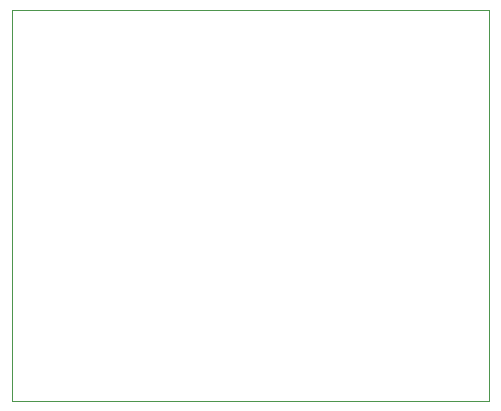
<source format=gko>
G04*
G04 #@! TF.GenerationSoftware,Altium Limited,Altium Designer,20.0.11 (256)*
G04*
G04 Layer_Color=16711935*
%FSLAX25Y25*%
%MOIN*%
G70*
G01*
G75*
%ADD25C,0.00100*%
D25*
X5500Y2500D02*
Y133000D01*
X164500D01*
Y2500D02*
Y133000D01*
X5500Y2500D02*
X164500D01*
M02*

</source>
